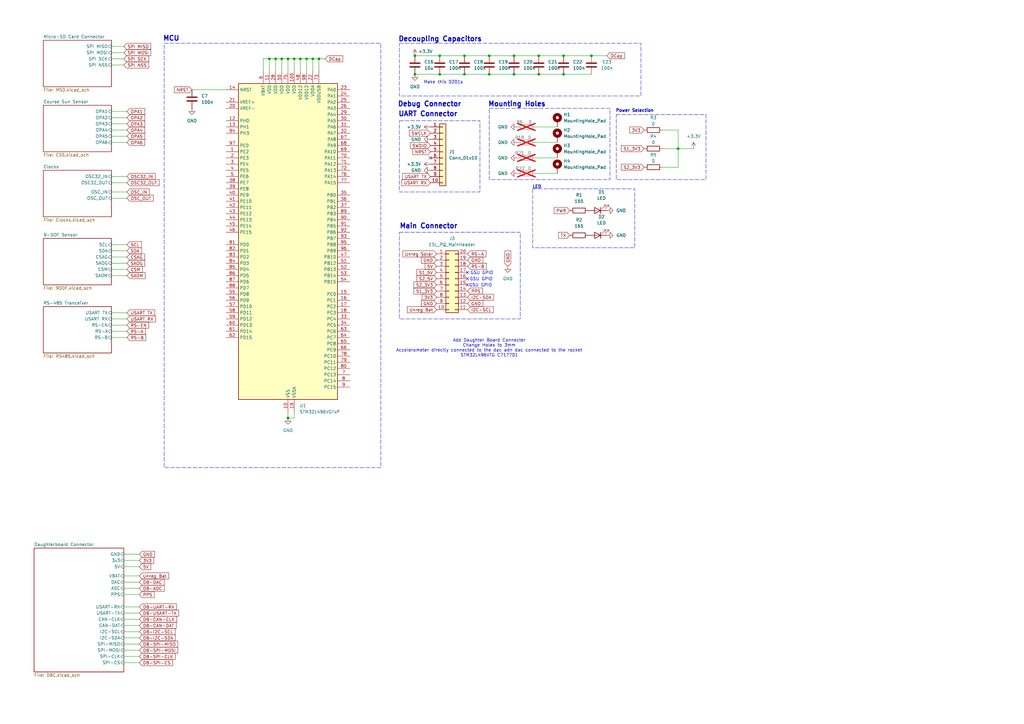
<source format=kicad_sch>
(kicad_sch (version 20231120) (generator "eeschema") (generator_version "8.0")
  (paper "A3")
  (title_block (title "ADCS OBC") (date "2024-04-18") (rev "V1") (comment 1 "22619291") (comment 2 "DP Theron"))
  (lib_symbols
    (symbol "+3.3V_1" (power) (pin_numbers hide) (pin_names (offset 0) hide)
      (property "Value" "+3.3V" (at 0 3.556 0))
      (symbol "+3.3V_1_0_1"
        (polyline (pts (xy -0.762 1.27) (xy 0 2.54)))
        (polyline (pts (xy 0 0) (xy 0 2.54)))
        (polyline (pts (xy 0 2.54) (xy 0.762 1.27)))
      )
      (symbol "+3.3V_1_1_1"
        (pin power_in line (at 0 0 90) (length 0) (name "~") (number "1"))
      )
    )
    (symbol "Connector_Generic:Conn_01x10" (pin_names (offset 1.016) hide)
      (property "Reference" "J" (at 0 12.7 0))
      (property "Value" "Conn_01x10" (at 0 -15.24 0))
      (symbol "Conn_01x10_1_1"
        (rectangle (start -1.27 -12.573) (end 0 -12.827) (stroke (width 0.1524)))
        (rectangle (start -1.27 -10.033) (end 0 -10.287) (stroke (width 0.1524)))
        (rectangle (start -1.27 -7.493) (end 0 -7.747) (stroke (width 0.1524)))
        (rectangle (start -1.27 -4.953) (end 0 -5.207) (stroke (width 0.1524)))
        (rectangle (start -1.27 -2.413) (end 0 -2.667) (stroke (width 0.1524)))
        (rectangle (start -1.27 0.127) (end 0 -0.127) (stroke (width 0.1524)))
        (rectangle (start -1.27 2.667) (end 0 2.413) (stroke (width 0.1524)))
        (rectangle (start -1.27 5.207) (end 0 4.953) (stroke (width 0.1524)))
        (rectangle (start -1.27 7.747) (end 0 7.493) (stroke (width 0.1524)))
        (rectangle (start -1.27 10.287) (end 0 10.033) (stroke (width 0.1524)))
        (rectangle (start -1.27 11.43) (end 1.27 -13.97) (stroke (width 0.254)) (fill (type background)))
        (pin passive line (at -5.08 10.16 0) (length 3.81) (name "Pin_1") (number "1"))
        (pin passive line (at -5.08 -12.7 0) (length 3.81) (name "Pin_10") (number "10"))
        (pin passive line (at -5.08 7.62 0) (length 3.81) (name "Pin_2") (number "2"))
        (pin passive line (at -5.08 5.08 0) (length 3.81) (name "Pin_3") (number "3"))
        (pin passive line (at -5.08 2.54 0) (length 3.81) (name "Pin_4") (number "4"))
        (pin passive line (at -5.08 0 0) (length 3.81) (name "Pin_5") (number "5"))
        (pin passive line (at -5.08 -2.54 0) (length 3.81) (name "Pin_6") (number "6"))
        (pin passive line (at -5.08 -5.08 0) (length 3.81) (name "Pin_7") (number "7"))
        (pin passive line (at -5.08 -7.62 0) (length 3.81) (name "Pin_8") (number "8"))
        (pin passive line (at -5.08 -10.16 0) (length 3.81) (name "Pin_9") (number "9"))
      )
    )
    (symbol "Device:C" (pin_numbers hide) (pin_names (offset 0.254))
      (property "Reference" "C" (at 0.635 2.54 0))
      (property "Value" "C" (at 0.635 -2.54 0))
      (symbol "C_0_1"
        (polyline (pts (xy -2.032 -0.762) (xy 2.032 -0.762)) (stroke (width 0.508)))
        (polyline (pts (xy -2.032 0.762) (xy 2.032 0.762)) (stroke (width 0.508)))
      )
      (symbol "C_1_1"
        (pin passive line (at 0 3.81 270) (length 2.794) (name "~") (number "1"))
        (pin passive line (at 0 -3.81 90) (length 2.794) (name "~") (number "2"))
      )
    )
    (symbol "Device:LED" (pin_numbers hide) (pin_names (offset 1.016) hide)
      (property "Reference" "D" (at 0 2.54 0))
      (property "Value" "LED" (at 0 -2.54 0))
      (symbol "LED_0_1"
        (polyline (pts (xy -1.27 -1.27) (xy -1.27 1.27)) (stroke (width 0.254)))
        (polyline (pts (xy -1.27 0) (xy 1.27 0)))
        (polyline (pts (xy 1.27 -1.27) (xy 1.27 1.27) (xy -1.27 0) (xy 1.27 -1.27)) (stroke (width 0.254)))
        (polyline (pts (xy -3.048 -0.762) (xy -4.572 -2.286) (xy -3.81 -2.286) (xy -4.572 -2.286) (xy -4.572 -1.524)))
        (polyline (pts (xy -1.778 -0.762) (xy -3.302 -2.286) (xy -2.54 -2.286) (xy -3.302 -2.286) (xy -3.302 -1.524)))
      )
      (symbol "LED_1_1"
        (pin passive line (at -3.81 0 0) (length 2.54) (name "K") (number "1"))
        (pin passive line (at 3.81 0 180) (length 2.54) (name "A") (number "2"))
      )
    )
    (symbol "Device:R" (pin_numbers hide) (pin_names (offset 0))
      (property "Reference" "R" (at 2.032 0 90))
      (property "Value" "R" (at 0 0 90))
      (symbol "R_0_1"
        (rectangle (start -1.016 -2.54) (end 1.016 2.54) (stroke (width 0.254)))
      )
      (symbol "R_1_1"
        (pin passive line (at 0 3.81 270) (length 1.27) (name "~") (number "1"))
        (pin passive line (at 0 -3.81 90) (length 1.27) (name "~") (number "2"))
      )
    )
    (symbol "ESL_PQ:Conn_02x10_Counter_Clockwise" (pin_names (offset 1.016) hide)
      (property "Reference" "J" (at 1.27 12.7 0))
      (property "Value" "Conn_02x10_Counter_Clockwise" (at 1.27 -15.24 0))
      (symbol "Conn_02x10_Counter_Clockwise_1_1"
        (rectangle (start -1.27 -12.573) (end 0 -12.827) (stroke (width 0.1524)))
        (rectangle (start -1.27 -10.033) (end 0 -10.287) (stroke (width 0.1524)))
        (rectangle (start -1.27 -7.493) (end 0 -7.747) (stroke (width 0.1524)))
        (rectangle (start -1.27 -4.953) (end 0 -5.207) (stroke (width 0.1524)))
        (rectangle (start -1.27 -2.413) (end 0 -2.667) (stroke (width 0.1524)))
        (rectangle (start -1.27 0.127) (end 0 -0.127) (stroke (width 0.1524)))
        (rectangle (start -1.27 2.667) (end 0 2.413) (stroke (width 0.1524)))
        (rectangle (start -1.27 5.207) (end 0 4.953) (stroke (width 0.1524)))
        (rectangle (start -1.27 7.747) (end 0 7.493) (stroke (width 0.1524)))
        (rectangle (start -1.27 10.287) (end 0 10.033) (stroke (width 0.1524)))
        (rectangle (start -1.27 11.43) (end 3.81 -13.97) (stroke (width 0.254)) (fill (type background)))
        (rectangle (start 3.81 -12.573) (end 2.54 -12.827) (stroke (width 0.1524)))
        (rectangle (start 3.81 -10.033) (end 2.54 -10.287) (stroke (width 0.1524)))
        (rectangle (start 3.81 -7.493) (end 2.54 -7.747) (stroke (width 0.1524)))
        (rectangle (start 3.81 -4.953) (end 2.54 -5.207) (stroke (width 0.1524)))
        (rectangle (start 3.81 -2.413) (end 2.54 -2.667) (stroke (width 0.1524)))
        (rectangle (start 3.81 0.127) (end 2.54 -0.127) (stroke (width 0.1524)))
        (rectangle (start 3.81 2.667) (end 2.54 2.413) (stroke (width 0.1524)))
        (rectangle (start 3.81 5.207) (end 2.54 4.953) (stroke (width 0.1524)))
        (rectangle (start 3.81 7.747) (end 2.54 7.493) (stroke (width 0.1524)))
        (rectangle (start 3.81 10.287) (end 2.54 10.033) (stroke (width 0.1524)))
        (pin passive line (at -5.08 10.16 0) (length 3.81) (name "Pin_1") (number "1"))
        (pin passive line (at -5.08 -12.7 0) (length 3.81) (name "Pin_10") (number "10"))
        (pin passive line (at 7.62 -12.7 180) (length 3.81) (name "Pin_11") (number "11"))
        (pin passive line (at 7.62 -10.16 180) (length 3.81) (name "Pin_12") (number "12"))
        (pin passive line (at 7.62 -7.62 180) (length 3.81) (name "Pin_13") (number "13"))
        (pin passive line (at 7.62 -5.08 180) (length 3.81) (name "Pin_14") (number "14"))
        (pin passive line (at 7.62 -2.54 180) (length 3.81) (name "Pin_15") (number "15"))
        (pin passive line (at 7.62 0 180) (length 3.81) (name "Pin_16") (number "16"))
        (pin passive line (at 7.62 2.54 180) (length 3.81) (name "Pin_17") (number "17"))
        (pin passive line (at 7.62 5.08 180) (length 3.81) (name "Pin_18") (number "18"))
        (pin passive line (at 7.62 7.62 180) (length 3.81) (name "Pin_19") (number "19"))
        (pin passive line (at -5.08 7.62 0) (length 3.81) (name "Pin_2") (number "2"))
        (pin passive line (at 7.62 10.16 180) (length 3.81) (name "Pin_20") (number "20"))
        (pin passive line (at -5.08 5.08 0) (length 3.81) (name "Pin_3") (number "3"))
        (pin passive line (at -5.08 2.54 0) (length 3.81) (name "Pin_4") (number "4"))
        (pin passive line (at -5.08 0 0) (length 3.81) (name "Pin_5") (number "5"))
        (pin passive line (at -5.08 -2.54 0) (length 3.81) (name "Pin_6") (number "6"))
        (pin passive line (at -5.08 -5.08 0) (length 3.81) (name "Pin_7") (number "7"))
        (pin passive line (at -5.08 -7.62 0) (length 3.81) (name "Pin_8") (number "8"))
        (pin passive line (at -5.08 -10.16 0) (length 3.81) (name "Pin_9") (number "9"))
      )
    )
    (symbol "GND_1" (power) (pin_numbers hide) (pin_names (offset 0) hide)
      (property "Value" "GND" (at 0 -3.81 0))
      (symbol "GND_1_0_1"
        (polyline (pts (xy 0 0) (xy 0 -1.27) (xy 1.27 -1.27) (xy 0 -2.54) (xy -1.27 -1.27) (xy 0 -1.27)))
      )
      (symbol "GND_1_1_1"
        (pin power_in line (at 0 0 270) (length 0) (name "~") (number "1"))
      )
    )
    (symbol "GND_2" (power) (pin_numbers hide) (pin_names (offset 0) hide)
      (property "Value" "GND" (at 0 -3.81 0))
      (symbol "GND_2_0_1"
        (polyline (pts (xy 0 0) (xy 0 -1.27) (xy 1.27 -1.27) (xy 0 -2.54) (xy -1.27 -1.27) (xy 0 -1.27)))
      )
      (symbol "GND_2_1_1"
        (pin power_in line (at 0 0 270) (length 0) (name "~") (number "1"))
      )
    )
    (symbol "MCU_ST_STM32L4:STM32L496VGTxP"
      (property "Reference" "U" (at -20.32 67.31 0))
      (property "Value" "STM32L496VGTxP" (at 15.24 67.31 0))
      (symbol "STM32L496VGTxP_0_1"
        (rectangle (start -20.32 -63.5) (end 20.32 66.04) (stroke (width 0.254)) (fill (type background)))
      )
      (symbol "STM32L496VGTxP_1_1"
        (pin bidirectional line (at -25.4 38.1 0) (length 5.08) (name "PE2") (number "1"))
        (pin power_in line (at 0 -68.58 90) (length 5.08) (name "VSS") (number "10"))
        (pin power_in line (at 2.54 71.12 270) (length 5.08) (name "VDD") (number "100"))
        (pin power_in line (at -7.62 71.12 270) (length 5.08) (name "VDD") (number "11"))
        (pin bidirectional line (at -25.4 50.8 0) (length 5.08) (name "PH0") (number "12"))
        (pin bidirectional line (at -25.4 48.26 0) (length 5.08) (name "PH1") (number "13"))
        (pin input line (at -25.4 63.5 0) (length 5.08) (name "NRST") (number "14"))
        (pin bidirectional line (at 25.4 -20.32 180) (length 5.08) (name "PC0") (number "15"))
        (pin bidirectional line (at 25.4 -22.86 180) (length 5.08) (name "PC1") (number "16"))
        (pin bidirectional line (at 25.4 -25.4 180) (length 5.08) (name "PC2") (number "17"))
        (pin bidirectional line (at 25.4 -27.94 180) (length 5.08) (name "PC3") (number "18"))
        (pin power_in line (at 2.54 -68.58 90) (length 5.08) (name "VSSA") (number "19"))
        (pin bidirectional line (at -25.4 35.56 0) (length 5.08) (name "PE3") (number "2"))
        (pin input line (at -25.4 55.88 0) (length 5.08) (name "VREF-") (number "20"))
        (pin input line (at -25.4 58.42 0) (length 5.08) (name "VREF+") (number "21"))
        (pin power_in line (at 10.16 71.12 270) (length 5.08) (name "VDDA") (number "22"))
        (pin bidirectional line (at 25.4 63.5 180) (length 5.08) (name "PA0") (number "23"))
        (pin bidirectional line (at 25.4 60.96 180) (length 5.08) (name "PA1") (number "24"))
        (pin bidirectional line (at 25.4 58.42 180) (length 5.08) (name "PA2") (number "25"))
        (pin bidirectional line (at 25.4 55.88 180) (length 5.08) (name "PA3") (number "26"))
        (pin passive line (at 0 -68.58 90) (length 5.08) hide (name "VSS") (number "27"))
        (pin power_in line (at -5.08 71.12 270) (length 5.08) (name "VDD") (number "28"))
        (pin bidirectional line (at 25.4 53.34 180) (length 5.08) (name "PA4") (number "29"))
        (pin bidirectional line (at -25.4 33.02 0) (length 5.08) (name "PE4") (number "3"))
        (pin bidirectional line (at 25.4 50.8 180) (length 5.08) (name "PA5") (number "30"))
        (pin bidirectional line (at 25.4 48.26 180) (length 5.08) (name "PA6") (number "31"))
        (pin bidirectional line (at 25.4 45.72 180) (length 5.08) (name "PA7") (number "32"))
        (pin bidirectional line (at 25.4 -30.48 180) (length 5.08) (name "PC4") (number "33"))
        (pin bidirectional line (at 25.4 -33.02 180) (length 5.08) (name "PC5") (number "34"))
        (pin bidirectional line (at 25.4 20.32 180) (length 5.08) (name "PB0") (number "35"))
        (pin bidirectional line (at 25.4 17.78 180) (length 5.08) (name "PB1") (number "36"))
        (pin bidirectional line (at 25.4 15.24 180) (length 5.08) (name "PB2") (number "37"))
        (pin bidirectional line (at -25.4 25.4 0) (length 5.08) (name "PE7") (number "38"))
        (pin bidirectional line (at -25.4 22.86 0) (length 5.08) (name "PE8") (number "39"))
        (pin bidirectional line (at -25.4 30.48 0) (length 5.08) (name "PE5") (number "4"))
        (pin bidirectional line (at -25.4 20.32 0) (length 5.08) (name "PE9") (number "40"))
        (pin bidirectional line (at -25.4 17.78 0) (length 5.08) (name "PE10") (number "41"))
        (pin bidirectional line (at -25.4 15.24 0) (length 5.08) (name "PE11") (number "42"))
        (pin bidirectional line (at -25.4 12.7 0) (length 5.08) (name "PE12") (number "43"))
        (pin bidirectional line (at -25.4 10.16 0) (length 5.08) (name "PE13") (number "44"))
        (pin bidirectional line (at -25.4 7.62 0) (length 5.08) (name "PE14") (number "45"))
        (pin bidirectional line (at -25.4 5.08 0) (length 5.08) (name "PE15") (number "46"))
        (pin bidirectional line (at 25.4 -5.08 180) (length 5.08) (name "PB10") (number "47"))
        (pin power_in line (at 5.08 71.12 270) (length 5.08) (name "VDD12") (number "48"))
        (pin passive line (at 0 -68.58 90) (length 5.08) hide (name "VSS") (number "49"))
        (pin bidirectional line (at -25.4 27.94 0) (length 5.08) (name "PE6") (number "5"))
        (pin power_in line (at -2.54 71.12 270) (length 5.08) (name "VDD") (number "50"))
        (pin bidirectional line (at 25.4 -7.62 180) (length 5.08) (name "PB12") (number "51"))
        (pin bidirectional line (at 25.4 -10.16 180) (length 5.08) (name "PB13") (number "52"))
        (pin bidirectional line (at 25.4 -12.7 180) (length 5.08) (name "PB14") (number "53"))
        (pin bidirectional line (at 25.4 -15.24 180) (length 5.08) (name "PB15") (number "54"))
        (pin bidirectional line (at -25.4 -20.32 0) (length 5.08) (name "PD8") (number "55"))
        (pin bidirectional line (at -25.4 -22.86 0) (length 5.08) (name "PD9") (number "56"))
        (pin bidirectional line (at -25.4 -25.4 0) (length 5.08) (name "PD10") (number "57"))
        (pin bidirectional line (at -25.4 -27.94 0) (length 5.08) (name "PD11") (number "58"))
        (pin bidirectional line (at -25.4 -30.48 0) (length 5.08) (name "PD12") (number "59"))
        (pin power_in line (at -10.16 71.12 270) (length 5.08) (name "VBAT") (number "6"))
        (pin bidirectional line (at -25.4 -33.02 0) (length 5.08) (name "PD13") (number "60"))
        (pin bidirectional line (at -25.4 -35.56 0) (length 5.08) (name "PD14") (number "61"))
        (pin bidirectional line (at -25.4 -38.1 0) (length 5.08) (name "PD15") (number "62"))
        (pin bidirectional line (at 25.4 -35.56 180) (length 5.08) (name "PC6") (number "63"))
        (pin bidirectional line (at 25.4 -38.1 180) (length 5.08) (name "PC7") (number "64"))
        (pin bidirectional line (at 25.4 -40.64 180) (length 5.08) (name "PC8") (number "65"))
        (pin bidirectional line (at 25.4 -43.18 180) (length 5.08) (name "PC9") (number "66"))
        (pin bidirectional line (at 25.4 43.18 180) (length 5.08) (name "PA8") (number "67"))
        (pin bidirectional line (at 25.4 40.64 180) (length 5.08) (name "PA9") (number "68"))
        (pin bidirectional line (at 25.4 38.1 180) (length 5.08) (name "PA10") (number "69"))
        (pin bidirectional line (at 25.4 -53.34 180) (length 5.08) (name "PC13") (number "7"))
        (pin bidirectional line (at 25.4 35.56 180) (length 5.08) (name "PA11") (number "70"))
        (pin bidirectional line (at 25.4 33.02 180) (length 5.08) (name "PA12") (number "71"))
        (pin bidirectional line (at 25.4 30.48 180) (length 5.08) (name "PA13") (number "72"))
        (pin power_in line (at 12.7 71.12 270) (length 5.08) (name "VDDUSB") (number "73"))
        (pin passive line (at 0 -68.58 90) (length 5.08) hide (name "VSS") (number "74"))
        (pin power_in line (at 0 71.12 270) (length 5.08) (name "VDD") (number "75"))
        (pin bidirectional line (at 25.4 27.94 180) (length 5.08) (name "PA14") (number "76"))
        (pin bidirectional line (at 25.4 25.4 180) (length 5.08) (name "PA15") (number "77"))
        (pin bidirectional line (at 25.4 -45.72 180) (length 5.08) (name "PC10") (number "78"))
        (pin bidirectional line (at 25.4 -48.26 180) (length 5.08) (name "PC11") (number "79"))
        (pin bidirectional line (at 25.4 -55.88 180) (length 5.08) (name "PC14") (number "8"))
        (pin bidirectional line (at 25.4 -50.8 180) (length 5.08) (name "PC12") (number "80"))
        (pin bidirectional line (at -25.4 0 0) (length 5.08) (name "PD0") (number "81"))
        (pin bidirectional line (at -25.4 -2.54 0) (length 5.08) (name "PD1") (number "82"))
        (pin bidirectional line (at -25.4 -5.08 0) (length 5.08) (name "PD2") (number "83"))
        (pin bidirectional line (at -25.4 -7.62 0) (length 5.08) (name "PD3") (number "84"))
        (pin bidirectional line (at -25.4 -10.16 0) (length 5.08) (name "PD4") (number "85"))
        (pin bidirectional line (at -25.4 -12.7 0) (length 5.08) (name "PD5") (number "86"))
        (pin bidirectional line (at -25.4 -15.24 0) (length 5.08) (name "PD6") (number "87"))
        (pin bidirectional line (at -25.4 -17.78 0) (length 5.08) (name "PD7") (number "88"))
        (pin bidirectional line (at 25.4 12.7 180) (length 5.08) (name "PB3") (number "89"))
        (pin bidirectional line (at 25.4 -58.42 180) (length 5.08) (name "PC15") (number "9"))
        (pin bidirectional line (at 25.4 10.16 180) (length 5.08) (name "PB4") (number "90"))
        (pin bidirectional line (at 25.4 7.62 180) (length 5.08) (name "PB5") (number "91"))
        (pin bidirectional line (at 25.4 5.08 180) (length 5.08) (name "PB6") (number "92"))
        (pin bidirectional line (at 25.4 2.54 180) (length 5.08) (name "PB7") (number "93"))
        (pin bidirectional line (at -25.4 45.72 0) (length 5.08) (name "PH3") (number "94"))
        (pin bidirectional line (at 25.4 0 180) (length 5.08) (name "PB8") (number "95"))
        (pin bidirectional line (at 25.4 -2.54 180) (length 5.08) (name "PB9") (number "96"))
        (pin bidirectional line (at -25.4 40.64 0) (length 5.08) (name "PE0") (number "97"))
        (pin power_in line (at 7.62 71.12 270) (length 5.08) (name "VDD12") (number "98"))
        (pin passive line (at 0 -68.58 90) (length 5.08) hide (name "VSS") (number "99"))
      )
    )
    (symbol "Mechanical:MountingHole_Pad" (pin_numbers hide) (pin_names (offset 1.016) hide) (exclude_from_sim yes) (in_bom no)
      (property "Reference" "H" (at 0 6.35 0))
      (property "Value" "MountingHole_Pad" (at 0 4.445 0))
      (symbol "MountingHole_Pad_0_1"
        (circle (center 0 1.27) (radius 1.27) (stroke (width 1.27)))
      )
      (symbol "MountingHole_Pad_1_1"
        (pin input line (at 0 -2.54 90) (length 2.54) (name "1") (number "1"))
      )
    )
    (symbol "power:+3.3V" (power) (pin_names (offset 0))
      (property "Value" "+3.3V" (at 0 3.556 0))
      (symbol "+3.3V_0_1"
        (polyline (pts (xy -0.762 1.27) (xy 0 2.54)))
        (polyline (pts (xy 0 0) (xy 0 2.54)))
        (polyline (pts (xy 0 2.54) (xy 0.762 1.27)))
      )
      (symbol "+3.3V_1_1"
        (pin power_in line (at 0 0 90) (length 0) hide (name "+3.3V") (number "1"))
      )
    )
    (symbol "power:GND" (power) (pin_names (offset 0))
      (property "Value" "GND" (at 0 -3.81 0))
      (symbol "GND_0_1"
        (polyline (pts (xy 0 0) (xy 0 -1.27) (xy 1.27 -1.27) (xy 0 -2.54) (xy -1.27 -1.27) (xy 0 -1.27)))
      )
      (symbol "GND_1_1"
        (pin power_in line (at 0 0 270) (length 0) hide (name "GND") (number "1"))
      )
    )
  )
  (junction (at 242.57 22.86))
  (junction (at 180.34 22.86))
  (junction (at 180.34 30.48))
  (junction (at 231.14 30.48))
  (junction (at 220.98 22.86))
  (junction (at 115.57 24.13))
  (junction (at 210.82 22.86))
  (junction (at 190.5 30.48))
  (junction (at 190.5 22.86))
  (junction (at 170.18 30.48))
  (junction (at 220.98 30.48))
  (junction (at 128.27 24.13))
  (junction (at 200.66 30.48))
  (junction (at 210.82 30.48))
  (junction (at 118.11 171.45))
  (junction (at 130.81 24.13))
  (junction (at 123.19 24.13))
  (junction (at 200.66 22.86))
  (junction (at 125.73 24.13))
  (junction (at 113.03 24.13))
  (junction (at 120.65 24.13))
  (junction (at 278.13 60.96))
  (junction (at 231.14 22.86))
  (junction (at 110.49 24.13))
  (junction (at 170.18 22.86))
  (junction (at 118.11 24.13))
  (no_connect (at 176.53 64.77))
  (no_connect (at 191.77 116.84))
  (no_connect (at 191.77 111.76))
  (no_connect (at 191.77 114.3))
  (wire (pts (xy 190.5 30.48) (xy 200.66 30.48)))
  (wire (pts (xy 110.49 24.13) (xy 110.49 29.21)))
  (wire (pts (xy 170.18 22.86) (xy 180.34 22.86)))
  (wire (pts (xy 50.8 248.92) (xy 57.15 248.92)))
  (wire (pts (xy 115.57 24.13) (xy 115.57 29.21)))
  (wire (pts (xy 45.72 113.03) (xy 52.07 113.03)))
  (wire (pts (xy 219.71 64.77) (xy 228.6 64.77)))
  (wire (pts (xy 120.65 24.13) (xy 123.19 24.13)))
  (wire (pts (xy 45.72 130.81) (xy 52.07 130.81)))
  (wire (pts (xy 45.72 48.26) (xy 52.07 48.26)))
  (wire (pts (xy 219.71 52.07) (xy 228.6 52.07)))
  (wire (pts (xy 123.19 24.13) (xy 125.73 24.13)))
  (wire (pts (xy 78.74 36.83) (xy 92.71 36.83)))
  (wire (pts (xy 278.13 53.34) (xy 278.13 60.96)))
  (wire (pts (xy 110.49 24.13) (xy 107.95 24.13)))
  (wire (pts (xy 45.72 74.93) (xy 52.07 74.93)))
  (wire (pts (xy 50.8 236.22) (xy 57.15 236.22)))
  (wire (pts (xy 220.98 30.48) (xy 231.14 30.48)))
  (wire (pts (xy 45.72 55.88) (xy 52.07 55.88)))
  (wire (pts (xy 50.8 264.16) (xy 57.15 264.16)))
  (wire (pts (xy 118.11 168.91) (xy 118.11 171.45)))
  (wire (pts (xy 128.27 29.21) (xy 128.27 24.13)))
  (wire (pts (xy 120.65 24.13) (xy 118.11 24.13)))
  (wire (pts (xy 120.65 24.13) (xy 120.65 29.21)))
  (wire (pts (xy 45.72 128.27) (xy 52.07 128.27)))
  (wire (pts (xy 210.82 30.48) (xy 220.98 30.48)))
  (wire (pts (xy 50.8 254) (xy 57.15 254)))
  (wire (pts (xy 45.72 24.13) (xy 50.8 24.13)))
  (wire (pts (xy 200.66 30.48) (xy 210.82 30.48)))
  (wire (pts (xy 50.8 243.84) (xy 57.15 243.84)))
  (wire (pts (xy 45.72 133.35) (xy 52.07 133.35)))
  (wire (pts (xy 130.81 24.13) (xy 130.81 29.21)))
  (wire (pts (xy 45.72 107.95) (xy 52.07 107.95)))
  (wire (pts (xy 200.66 22.86) (xy 210.82 22.86)))
  (wire (pts (xy 45.72 78.74) (xy 52.07 78.74)))
  (wire (pts (xy 50.8 259.08) (xy 57.15 259.08)))
  (wire (pts (xy 118.11 171.45) (xy 120.65 171.45)))
  (wire (pts (xy 219.71 71.12) (xy 228.6 71.12)))
  (wire (pts (xy 45.72 102.87) (xy 52.07 102.87)))
  (wire (pts (xy 45.72 53.34) (xy 52.07 53.34)))
  (wire (pts (xy 50.8 229.87) (xy 57.15 229.87)))
  (wire (pts (xy 107.95 24.13) (xy 107.95 29.21)))
  (wire (pts (xy 45.72 110.49) (xy 52.07 110.49)))
  (wire (pts (xy 45.72 50.8) (xy 52.07 50.8)))
  (wire (pts (xy 125.73 24.13) (xy 128.27 24.13)))
  (wire (pts (xy 45.72 72.39) (xy 52.07 72.39)))
  (wire (pts (xy 278.13 68.58) (xy 271.78 68.58)))
  (wire (pts (xy 45.72 58.42) (xy 52.07 58.42)))
  (wire (pts (xy 231.14 22.86) (xy 242.57 22.86)))
  (wire (pts (xy 45.72 100.33) (xy 52.07 100.33)))
  (wire (pts (xy 50.8 269.24) (xy 57.15 269.24)))
  (wire (pts (xy 45.72 135.89) (xy 52.07 135.89)))
  (wire (pts (xy 110.49 24.13) (xy 113.03 24.13)))
  (wire (pts (xy 130.81 24.13) (xy 133.35 24.13)))
  (wire (pts (xy 231.14 30.48) (xy 242.57 30.48)))
  (wire (pts (xy 271.78 60.96) (xy 278.13 60.96)))
  (wire (pts (xy 120.65 171.45) (xy 120.65 168.91)))
  (wire (pts (xy 50.8 266.7) (xy 57.15 266.7)))
  (wire (pts (xy 50.8 256.54) (xy 57.15 256.54)))
  (wire (pts (xy 50.8 271.78) (xy 57.15 271.78)))
  (wire (pts (xy 210.82 22.86) (xy 220.98 22.86)))
  (wire (pts (xy 284.48 60.96) (xy 278.13 60.96)))
  (wire (pts (xy 45.72 105.41) (xy 52.07 105.41)))
  (wire (pts (xy 45.72 45.72) (xy 52.07 45.72)))
  (wire (pts (xy 45.72 138.43) (xy 52.07 138.43)))
  (wire (pts (xy 180.34 30.48) (xy 190.5 30.48)))
  (wire (pts (xy 190.5 22.86) (xy 200.66 22.86)))
  (wire (pts (xy 50.8 232.41) (xy 57.15 232.41)))
  (wire (pts (xy 128.27 24.13) (xy 130.81 24.13)))
  (wire (pts (xy 219.71 58.42) (xy 228.6 58.42)))
  (wire (pts (xy 50.8 251.46) (xy 57.15 251.46)))
  (wire (pts (xy 271.78 53.34) (xy 278.13 53.34)))
  (wire (pts (xy 50.8 238.76) (xy 57.15 238.76)))
  (wire (pts (xy 125.73 24.13) (xy 125.73 29.21)))
  (wire (pts (xy 50.8 227.33) (xy 57.15 227.33)))
  (wire (pts (xy 45.72 26.67) (xy 50.8 26.67)))
  (wire (pts (xy 220.98 22.86) (xy 231.14 22.86)))
  (wire (pts (xy 45.72 81.28) (xy 52.07 81.28)))
  (wire (pts (xy 118.11 24.13) (xy 118.11 29.21)))
  (wire (pts (xy 123.19 29.21) (xy 123.19 24.13)))
  (wire (pts (xy 45.72 21.59) (xy 50.8 21.59)))
  (wire (pts (xy 50.8 241.3) (xy 57.15 241.3)))
  (wire (pts (xy 113.03 24.13) (xy 115.57 24.13)))
  (wire (pts (xy 180.34 22.86) (xy 190.5 22.86)))
  (wire (pts (xy 113.03 24.13) (xy 113.03 29.21)))
  (wire (pts (xy 242.57 22.86) (xy 248.92 22.86)))
  (wire (pts (xy 50.8 261.62) (xy 57.15 261.62)))
  (wire (pts (xy 118.11 24.13) (xy 115.57 24.13)))
  (wire (pts (xy 170.18 30.48) (xy 180.34 30.48)))
  (wire (pts (xy 45.72 19.05) (xy 50.8 19.05)))
  (wire (pts (xy 278.13 60.96) (xy 278.13 68.58)))
  (rectangle (start 200.66 44.45) (end 250.19 73.66) (stroke (width 0) (type dash)))
  (rectangle (start 163.83 95.25) (end 213.36 130.81) (stroke (width 0) (type dash)))
  (rectangle (start 163.83 49.53) (end 196.85 78.74) (stroke (width 0) (type dash)))
  (rectangle (start 67.31 17.78) (end 156.21 191.77) (stroke (width 0) (type dash)))
  (rectangle (start 163.83 17.78) (end 262.89 39.37) (stroke (width 0) (type dash)))
  (rectangle (start 218.44 77.47) (end 260.35 101.6) (stroke (width 0) (type dash)))
  (rectangle (start 252.73 46.99) (end 289.56 73.66) (stroke (width 0) (type dash)))
  (text "GSU GPIO" (at 197.104 117.094 0) (effects (font (size 1.27 1.27))))
  (text "Power Selection" (at 260.35 45.466 0) (effects (font (size 1.27 1.27) (thickness 0.254) (bold yes))))
  (text "UART Connector" (at 163.322 48.006 0) (effects (font (size 2 2) (thickness 0.4) (bold yes)) (justify left bottom)))
  (text "LED" (at 220.218 76.708 0) (effects (font (size 1.27 1.27) (thickness 0.254) (bold yes))))
  (text "Decoupling Capacitors" (at 163.322 17.272 0) (effects (font (size 2 2) (bold yes)) (justify left bottom)))
  (text "Mounting Holes" (at 200.152 43.942 0) (effects (font (size 2 2) (thickness 0.4) (bold yes)) (justify left bottom)))
  (text "GSU GPIO" (at 197.612 112.014 0) (effects (font (size 1.27 1.27))))
  (text "Debug Connector" (at 163.068 43.942 0) (effects (font (size 2 2) (thickness 0.4) (bold yes)) (justify left bottom)))
  (text "Add Daughter Board Connecter\nChange Holes to 3mm\nAccelerometer directly connected to the dac adn dac connected to the rocket\nSTM32L496VTG C717701" (at 200.66 142.748 0) (effects (font (size 1.27 1.27))))
  (text "Main Connector" (at 163.83 93.98 0) (effects (font (size 2 2) (thickness 0.4) (bold yes)) (justify left bottom)))
  (text "GSU GPIO" (at 197.358 114.554 0) (effects (font (size 1.27 1.27))))
  (text "MCU" (at 66.802 17.018 0) (effects (font (size 2 2) (bold yes)) (justify left bottom)))
  (text "Make this 0201s" (at 181.864 33.782 0) (effects (font (size 1.27 1.27))))
  (global_label "USART RX" (shape input) (at 52.07 130.81 0) (property "Intersheetrefs" "${INTERSHEET_REFS}" (effects (hide yes))))
  (global_label "OSC32_OUT" (shape input) (at 52.07 74.93 0) (property "Intersheetrefs" "${INTERSHEET_REFS}" (effects (hide yes))))
  (global_label "SWDIO" (shape input) (at 176.53 59.69 180) (property "Intersheetrefs" "${INTERSHEET_REFS}" (effects (hide yes))))
  (global_label "RS-B" (shape input) (at 52.07 138.43 0) (property "Intersheetrefs" "${INTERSHEET_REFS}" (effects (hide yes))))
  (global_label "RS-A" (shape input) (at 52.07 135.89 0) (property "Intersheetrefs" "${INTERSHEET_REFS}" (effects (hide yes))))
  (global_label "DB-CAN-CLK" (shape input) (at 57.15 254 0) (property "Intersheetrefs" "${INTERSHEET_REFS}" (effects (hide yes))))
  (global_label "SPI MOSI" (shape input) (at 50.8 21.59 0) (property "Intersheetrefs" "${INTERSHEET_REFS}" (effects (hide yes))))
  (global_label "S1_5V" (shape input) (at 179.07 111.76 180) (property "Intersheetrefs" "${INTERSHEET_REFS}" (effects (hide yes))))
  (global_label "GND" (shape input) (at 191.77 124.46 0) (property "Intersheetrefs" "${INTERSHEET_REFS}" (effects (hide yes))))
  (global_label "3V3" (shape input) (at 264.16 53.34 180) (property "Intersheetrefs" "${INTERSHEET_REFS}" (effects (hide yes))))
  (global_label "DB-UART-RX" (shape input) (at 57.15 248.92 0) (property "Intersheetrefs" "${INTERSHEET_REFS}" (effects (hide yes))))
  (global_label "OPA4" (shape input) (at 52.07 53.34 0) (property "Intersheetrefs" "${INTERSHEET_REFS}" (effects (hide yes))))
  (global_label "USART TX" (shape input) (at 176.53 72.39 180) (property "Intersheetrefs" "${INTERSHEET_REFS}" (effects (hide yes))))
  (global_label "SPI NSS" (shape input) (at 50.8 26.67 0) (property "Intersheetrefs" "${INTERSHEET_REFS}" (effects (hide yes))))
  (global_label "CSM" (shape input) (at 52.07 110.49 0) (property "Intersheetrefs" "${INTERSHEET_REFS}" (effects (hide yes))))
  (global_label "S2_3V3" (shape input) (at 179.07 116.84 180) (property "Intersheetrefs" "${INTERSHEET_REFS}" (effects (hide yes))))
  (global_label "SPI MISO" (shape input) (at 50.8 19.05 0) (property "Intersheetrefs" "${INTERSHEET_REFS}" (effects (hide yes))))
  (global_label "GND" (shape input) (at 57.15 227.33 0) (property "Intersheetrefs" "${INTERSHEET_REFS}" (effects (hide yes))))
  (global_label "I2C-SCL" (shape input) (at 191.77 127 0) (property "Intersheetrefs" "${INTERSHEET_REFS}" (effects (hide yes))))
  (global_label "SDA" (shape input) (at 52.07 102.87 0) (property "Intersheetrefs" "${INTERSHEET_REFS}" (effects (hide yes))))
  (global_label "SAOG" (shape input) (at 52.07 107.95 0) (property "Intersheetrefs" "${INTERSHEET_REFS}" (effects (hide yes))))
  (global_label "RS-B" (shape input) (at 191.77 109.22 0) (property "Intersheetrefs" "${INTERSHEET_REFS}" (effects (hide yes))))
  (global_label "RS-A" (shape input) (at 191.77 104.14 0) (property "Intersheetrefs" "${INTERSHEET_REFS}" (effects (hide yes))))
  (global_label "NRST" (shape input) (at 176.53 62.23 180) (property "Intersheetrefs" "${INTERSHEET_REFS}" (effects (hide yes))))
  (global_label "SAOM" (shape input) (at 52.07 113.03 0) (property "Intersheetrefs" "${INTERSHEET_REFS}" (effects (hide yes))))
  (global_label "Unreg Bat" (shape input) (at 57.15 236.22 0) (property "Intersheetrefs" "${INTERSHEET_REFS}" (effects (hide yes))))
  (global_label "OPA3" (shape input) (at 52.07 50.8 0) (property "Intersheetrefs" "${INTERSHEET_REFS}" (effects (hide yes))))
  (global_label "OPA2" (shape input) (at 52.07 48.26 0) (property "Intersheetrefs" "${INTERSHEET_REFS}" (effects (hide yes))))
  (global_label "GND" (shape input) (at 191.77 106.68 0) (property "Intersheetrefs" "${INTERSHEET_REFS}" (effects (hide yes))))
  (global_label "RS-EN" (shape input) (at 52.07 133.35 0) (property "Intersheetrefs" "${INTERSHEET_REFS}" (effects (hide yes))))
  (global_label "3V3" (shape input) (at 179.07 121.92 180) (property "Intersheetrefs" "${INTERSHEET_REFS}" (effects (hide yes))))
  (global_label "PPS" (shape input) (at 191.77 119.38 0) (property "Intersheetrefs" "${INTERSHEET_REFS}" (effects (hide yes))))
  (global_label "I2C-SDA" (shape input) (at 191.77 121.92 0) (property "Intersheetrefs" "${INTERSHEET_REFS}" (effects (hide yes))))
  (global_label "OSC_IN" (shape input) (at 52.07 78.74 0) (property "Intersheetrefs" "${INTERSHEET_REFS}" (effects (hide yes))))
  (global_label "PWR" (shape input) (at 233.68 86.36 180) (property "Intersheetrefs" "${INTERSHEET_REFS}" (effects (hide yes))))
  (global_label "NRST" (shape input) (at 78.74 36.83 180) (property "Intersheetrefs" "${INTERSHEET_REFS}" (effects (hide yes))))
  (global_label "OPA5" (shape input) (at 52.07 55.88 0) (property "Intersheetrefs" "${INTERSHEET_REFS}" (effects (hide yes))))
  (global_label "DB-DAC" (shape input) (at 57.15 238.76 0) (property "Intersheetrefs" "${INTERSHEET_REFS}" (effects (hide yes))))
  (global_label "OPA6" (shape input) (at 52.07 58.42 0) (property "Intersheetrefs" "${INTERSHEET_REFS}" (effects (hide yes))))
  (global_label "SWCLK" (shape input) (at 176.53 54.61 180) (property "Intersheetrefs" "${INTERSHEET_REFS}" (effects (hide yes))))
  (global_label "OSC32_IN" (shape input) (at 52.07 72.39 0) (property "Intersheetrefs" "${INTERSHEET_REFS}" (effects (hide yes))))
  (global_label "3V3" (shape input) (at 57.15 229.87 0) (property "Intersheetrefs" "${INTERSHEET_REFS}" (effects (hide yes))))
  (global_label "TX" (shape input) (at 233.68 96.52 180) (property "Intersheetrefs" "${INTERSHEET_REFS}" (effects (hide yes))))
  (global_label "DB-CAN-DAT" (shape input) (at 57.15 256.54 0) (property "Intersheetrefs" "${INTERSHEET_REFS}" (effects (hide yes))))
  (global_label "GND" (shape input) (at 179.07 106.68 180) (property "Intersheetrefs" "${INTERSHEET_REFS}" (effects (hide yes))))
  (global_label "DCap" (shape input) (at 248.92 22.86 0) (property "Intersheetrefs" "${INTERSHEET_REFS}" (effects (hide yes))))
  (global_label "GND" (shape input) (at 179.07 124.46 180) (property "Intersheetrefs" "${INTERSHEET_REFS}" (effects (hide yes))))
  (global_label "CSAG" (shape input) (at 52.07 105.41 0) (property "Intersheetrefs" "${INTERSHEET_REFS}" (effects (hide yes))))
  (global_label "DB-ADC" (shape input) (at 57.15 241.3 0) (property "Intersheetrefs" "${INTERSHEET_REFS}" (effects (hide yes))))
  (global_label "DB-USART-TX" (shape input) (at 57.15 251.46 0) (property "Intersheetrefs" "${INTERSHEET_REFS}" (effects (hide yes))))
  (global_label "SCL" (shape input) (at 52.07 100.33 0) (property "Intersheetrefs" "${INTERSHEET_REFS}" (effects (hide yes))))
  (global_label "Unreg Solar" (shape input) (at 179.07 104.14 180) (property "Intersheetrefs" "${INTERSHEET_REFS}" (effects (hide yes))))
  (global_label "DB-SPI-MISO" (shape input) (at 57.15 264.16 0) (property "Intersheetrefs" "${INTERSHEET_REFS}" (effects (hide yes))))
  (global_label "Unreg Bat" (shape input) (at 179.07 127 180) (property "Intersheetrefs" "${INTERSHEET_REFS}" (effects (hide yes))))
  (global_label "DB-I2C-SCL" (shape input) (at 57.15 259.08 0) (property "Intersheetrefs" "${INTERSHEET_REFS}" (effects (hide yes))))
  (global_label "DB-I2C-SDA" (shape input) (at 57.15 261.62 0) (property "Intersheetrefs" "${INTERSHEET_REFS}" (effects (hide yes))))
  (global_label "5V" (shape input) (at 179.07 109.22 180) (property "Intersheetrefs" "${INTERSHEET_REFS}" (effects (hide yes))))
  (global_label "DB-SPI-MOSI" (shape input) (at 57.15 266.7 0) (property "Intersheetrefs" "${INTERSHEET_REFS}" (effects (hide yes))))
  (global_label "SPI SCK" (shape input) (at 50.8 24.13 0) (property "Intersheetrefs" "${INTERSHEET_REFS}" (effects (hide yes))))
  (global_label "USART RX" (shape input) (at 176.53 74.93 180) (property "Intersheetrefs" "${INTERSHEET_REFS}" (effects (hide yes))))
  (global_label "DB-SPI-CLK" (shape input) (at 57.15 269.24 0) (property "Intersheetrefs" "${INTERSHEET_REFS}" (effects (hide yes))))
  (global_label "USART TX" (shape input) (at 52.07 128.27 0) (property "Intersheetrefs" "${INTERSHEET_REFS}" (effects (hide yes))))
  (global_label "OPA1" (shape input) (at 52.07 45.72 0) (property "Intersheetrefs" "${INTERSHEET_REFS}" (effects (hide yes))))
  (global_label "S2_5V" (shape input) (at 179.07 114.3 180) (property "Intersheetrefs" "${INTERSHEET_REFS}" (effects (hide yes))))
  (global_label "5V" (shape input) (at 57.15 232.41 0) (property "Intersheetrefs" "${INTERSHEET_REFS}" (effects (hide yes))))
  (global_label "S1_3V3" (shape input) (at 179.07 119.38 180) (property "Intersheetrefs" "${INTERSHEET_REFS}" (effects (hide yes))))
  (global_label "DB-SPI-CS" (shape input) (at 57.15 271.78 0) (property "Intersheetrefs" "${INTERSHEET_REFS}" (effects (hide yes))))
  (global_label "OSC_OUT" (shape input) (at 52.07 81.28 0) (property "Intersheetrefs" "${INTERSHEET_REFS}" (effects (hide yes))))
  (global_label "S2_3V3" (shape input) (at 264.16 68.58 180) (property "Intersheetrefs" "${INTERSHEET_REFS}" (effects (hide yes))))
  (global_label "DCap" (shape input) (at 133.35 24.13 0) (property "Intersheetrefs" "${INTERSHEET_REFS}" (effects (hide yes))))
  (global_label "S1_3V3" (shape input) (at 264.16 60.96 180) (property "Intersheetrefs" "${INTERSHEET_REFS}" (effects (hide yes))))
  (global_label "GND" (shape input) (at 208.28 109.22 90) (property "Intersheetrefs" "${INTERSHEET_REFS}" (effects (hide yes))))
  (global_label "PPS" (shape input) (at 57.15 243.84 0) (property "Intersheetrefs" "${INTERSHEET_REFS}" (effects (hide yes))))
  (symbol (lib_id "Device:LED") (at 245.11 86.36 180) (unit 1)
    (property "Reference" "D1" (at 246.6975 78.74 0))
    (property "Value" "LED" (at 246.6975 81.28 0))
    (property "Footprint" "LED_SMD:LED_0603_1608Metric" (effects (hide yes)))
    (property "Description" "Light emitting diode" (effects (hide yes)))
    (property "JLCPCB #" "C138543" (effects (hide yes)))
  )
  (symbol (lib_id "Device:R") (at 215.9 64.77 90) (unit 1) (dnp yes)
    (property "Reference" "R21" (at 213.106 62.738 90))
    (property "Value" "0" (at 217.17 62.738 90))
    (property "Footprint" "Resistor_SMD:R_0603_1608Metric" (effects (hide yes)))
    (property "Description" "Resistor" (effects (hide yes)))
  )
  (symbol (lib_id "Connector_Generic:Conn_01x10") (at 181.61 62.23 0) (unit 1)
    (property "Reference" "J1" (at 184.15 62.2299 0) (effects (justify left)))
    (property "Value" "Conn_01x10" (at 184.15 64.7699 0) (effects (justify left)))
    (property "Footprint" "Connector_JST:JST_GH_SM10B-GHS-TB_1x10-1MP_P1.25mm_Horizontal" (effects (hide yes)))
    (property "Description" "Generic connector, single row, 01x10, script generated (kicad-library-utils/schlib/autogen/connector/)" (effects (hide yes)))
  )
  (symbol (lib_id "power:GND") (at 176.53 69.85 270) (unit 1)
    (property "Reference" "#PWR030" (effects (hide yes)))
    (property "Value" "GND" (at 172.72 69.85 90) (effects (justify right)))
  )
  (symbol (lib_id "Mechanical:MountingHole_Pad") (at 228.6 55.88 0) (unit 1) (exclude_from_sim yes) (in_bom no)
    (property "Reference" "H2" (at 231.14 53.3399 0) (effects (justify left)))
    (property "Value" "MountingHole_Pad" (at 231.14 55.8799 0) (effects (justify left)))
    (property "Footprint" "MountingHole:MountingHole_3mm_Pad" (effects (hide yes)))
    (property "Description" "Mounting Hole with connection" (effects (hide yes)))
  )
  (symbol (lib_id "Mechanical:MountingHole_Pad") (at 228.6 68.58 0) (unit 1) (exclude_from_sim yes) (in_bom no)
    (property "Reference" "H4" (at 231.14 66.0399 0) (effects (justify left)))
    (property "Value" "MountingHole_Pad" (at 231.14 68.5799 0) (effects (justify left)))
    (property "Footprint" "MountingHole:MountingHole_3mm_Pad" (effects (hide yes)))
    (property "Description" "Mounting Hole with connection" (effects (hide yes)))
  )
  (symbol (lib_name "+3.3V_1") (lib_id "power:+3.3V") (at 170.18 22.86 0) (unit 1)
    (property "Reference" "#PWR010" (effects (hide yes)))
    (property "Value" "+3.3V" (at 174.498 21.082 0))
    (property "Description" "Power symbol creates a global label with name \"+3.3V\"" (effects (hide yes)))
  )
  (symbol (lib_id "power:+3.3V") (at 176.53 67.31 90) (unit 1)
    (property "Reference" "#PWR027" (effects (hide yes)))
    (property "Value" "+3.3V" (at 172.72 67.31 90) (effects (justify left)))
  )
  (symbol (lib_id "Mechanical:MountingHole_Pad") (at 228.6 49.53 0) (unit 1) (exclude_from_sim yes) (in_bom no)
    (property "Reference" "H1" (at 231.14 46.9899 0) (effects (justify left)))
    (property "Value" "MountingHole_Pad" (at 231.14 49.5299 0) (effects (justify left)))
    (property "Footprint" "MountingHole:MountingHole_3mm_Pad" (effects (hide yes)))
    (property "Description" "Mounting Hole with connection" (effects (hide yes)))
  )
  (symbol (lib_id "Device:C") (at 220.98 26.67 0) (unit 1)
    (property "Reference" "C21" (at 224.79 25.4 0) (effects (justify left)))
    (property "Value" "100n" (at 224.79 27.94 0) (effects (justify left)))
    (property "Footprint" "Capacitor_SMD:C_0603_1608Metric" (effects (hide yes)))
    (property "JLCPCB #" "C85953" (effects (hide yes)))
  )
  (symbol (lib_id "Device:R") (at 237.49 96.52 270) (unit 1)
    (property "Reference" "R2" (at 237.49 90.17 90))
    (property "Value" "165" (at 237.49 92.71 90))
    (property "Footprint" "Resistor_SMD:R_0603_1608Metric" (effects (hide yes)))
    (property "Description" "Resistor" (effects (hide yes)))
    (property "JLCPCB #" "C226689" (effects (hide yes)))
  )
  (symbol (lib_id "power:GND") (at 176.53 57.15 270) (unit 1)
    (property "Reference" "#PWR036" (effects (hide yes)))
    (property "Value" "GND" (at 172.72 57.15 90) (effects (justify right)))
  )
  (symbol (lib_id "power:GND") (at 212.09 58.42 270) (unit 1)
    (property "Reference" "#PWR013" (effects (hide yes)))
    (property "Value" "GND" (at 208.28 58.4199 90) (effects (justify right)))
    (property "Description" "Power symbol creates a global label with name \"GND\" , ground" (effects (hide yes)))
  )
  (symbol (lib_id "Device:R") (at 237.49 86.36 270) (unit 1)
    (property "Reference" "R1" (at 237.49 80.01 90))
    (property "Value" "165" (at 237.49 82.55 90))
    (property "Footprint" "Resistor_SMD:R_0603_1608Metric" (effects (hide yes)))
    (property "Description" "Resistor" (effects (hide yes)))
    (property "JLCPCB #" "C226689" (effects (hide yes)))
  )
  (symbol (lib_id "MCU_ST_STM32L4:STM32L496VGTxP") (at 118.11 100.33 0) (unit 1)
    (property "Reference" "U1" (at 122.8441 166.37 0) (effects (justify left)))
    (property "Value" "STM32L496VGTxP" (at 122.8441 168.91 0) (effects (justify left)))
    (property "Footprint" "Package_QFP:LQFP-100_14x14mm_P0.5mm" (effects (hide yes)))
    (property "Datasheet" "https://www.st.com/resource/en/datasheet/stm32l496vg.pdf" (effects (hide yes)))
    (property "Description" "STMicroelectronics Arm Cortex-M4 MCU, 1024KB flash, 320KB RAM, 80 MHz, 1.71-3.6V, 81 GPIO, LQFP100" (effects (hide yes)))
  )
  (symbol (lib_id "Device:C") (at 200.66 26.67 0) (unit 1)
    (property "Reference" "C19" (at 204.47 25.4 0) (effects (justify left)))
    (property "Value" "100n" (at 204.47 27.94 0) (effects (justify left)))
    (property "Footprint" "Capacitor_SMD:C_0603_1608Metric" (effects (hide yes)))
    (property "JLCPCB #" "C85953" (effects (hide yes)))
  )
  (symbol (lib_id "power:GND") (at 248.92 86.36 90) (unit 1)
    (property "Reference" "#PWR05" (effects (hide yes)))
    (property "Value" "GND" (at 252.73 86.3599 90) (effects (justify right)))
    (property "Description" "Power symbol creates a global label with name \"GND\" , ground" (effects (hide yes)))
  )
  (symbol (lib_id "ESL_PQ:Conn_02x10_Counter_Clockwise") (at 184.15 114.3 0) (unit 1)
    (property "Reference" "J3" (at 185.42 97.79 0))
    (property "Value" "ESL_PQ_MainHeader" (at 185.42 100.33 0))
    (property "Footprint" "ESL_PQ:ESL_PQ_Main_Header" (effects (hide yes)))
    (property "Description" "Generic connector, double row, 02x10, counter clockwise pin numbering scheme (similar to DIP package numbering), script generated (kicad-library-utils/schlib/autogen/connector/)" (effects (hide yes)))
  )
  (symbol (lib_id "power:+3.3V") (at 176.53 52.07 90) (unit 1)
    (property "Reference" "#PWR035" (effects (hide yes)))
    (property "Value" "+3.3V" (at 172.72 52.07 90) (effects (justify left)))
  )
  (symbol (lib_id "power:GND") (at 212.09 52.07 270) (unit 1)
    (property "Reference" "#PWR012" (effects (hide yes)))
    (property "Value" "GND" (at 208.28 52.0699 90) (effects (justify right)))
    (property "Description" "Power symbol creates a global label with name \"GND\" , ground" (effects (hide yes)))
  )
  (symbol (lib_id "Device:R") (at 215.9 71.12 90) (unit 1) (dnp yes)
    (property "Reference" "R22" (at 213.36 69.088 90))
    (property "Value" "0" (at 217.17 69.088 90))
    (property "Footprint" "Resistor_SMD:R_0603_1608Metric" (effects (hide yes)))
    (property "Description" "Resistor" (effects (hide yes)))
  )
  (symbol (lib_id "Device:C") (at 170.18 26.67 0) (unit 1)
    (property "Reference" "C16" (at 173.99 25.4 0) (effects (justify left)))
    (property "Value" "10u" (at 173.99 27.94 0) (effects (justify left)))
    (property "Footprint" "Capacitor_SMD:C_0603_1608Metric" (effects (hide yes)))
    (property "JLCPCB #" "C668351" (effects (hide yes)))
  )
  (symbol (lib_id "Device:LED") (at 245.11 96.52 180) (unit 1)
    (property "Reference" "D2" (at 246.6975 88.9 0))
    (property "Value" "LED" (at 246.6975 91.44 0))
    (property "Footprint" "LED_SMD:LED_0603_1608Metric" (effects (hide yes)))
    (property "Description" "Light emitting diode" (effects (hide yes)))
    (property "JLCPCB #" "C138543" (effects (hide yes)))
  )
  (symbol (lib_id "power:GND") (at 248.92 96.52 90) (unit 1)
    (property "Reference" "#PWR06" (effects (hide yes)))
    (property "Value" "GND" (at 252.73 96.5199 90) (effects (justify right)))
    (property "Description" "Power symbol creates a global label with name \"GND\" , ground" (effects (hide yes)))
  )
  (symbol (lib_id "Device:R") (at 267.97 60.96 270) (unit 1)
    (property "Reference" "R4" (at 267.97 55.88 90))
    (property "Value" "0" (at 267.97 58.42 90))
    (property "Footprint" "Skripsie:R_0201_0603Metric" (effects (hide yes)))
  )
  (symbol (lib_id "Device:C") (at 242.57 26.67 0) (unit 1)
    (property "Reference" "C23" (at 248.92 25.4 0))
    (property "Value" "100n" (at 248.92 27.94 0))
    (property "Footprint" "Capacitor_SMD:C_0603_1608Metric" (effects (hide yes)))
    (property "JLCPCB #" "C85953" (effects (hide yes)))
  )
  (symbol (lib_id "Device:R") (at 215.9 58.42 90) (unit 1) (dnp yes)
    (property "Reference" "R18" (at 213.106 56.388 90))
    (property "Value" "0" (at 217.17 56.388 90))
    (property "Footprint" "Resistor_SMD:R_0603_1608Metric" (effects (hide yes)))
    (property "Description" "Resistor" (effects (hide yes)))
  )
  (symbol (lib_id "Mechanical:MountingHole_Pad") (at 228.6 62.23 0) (unit 1) (exclude_from_sim yes) (in_bom no)
    (property "Reference" "H3" (at 231.14 59.6899 0) (effects (justify left)))
    (property "Value" "MountingHole_Pad" (at 231.14 62.2299 0) (effects (justify left)))
    (property "Footprint" "MountingHole:MountingHole_3mm_Pad" (effects (hide yes)))
    (property "Description" "Mounting Hole with connection" (effects (hide yes)))
  )
  (symbol (lib_id "Device:C") (at 231.14 26.67 0) (unit 1)
    (property "Reference" "C22" (at 234.95 25.4 0) (effects (justify left)))
    (property "Value" "100n" (at 234.95 27.94 0) (effects (justify left)))
    (property "Footprint" "Capacitor_SMD:C_0603_1608Metric" (effects (hide yes)))
    (property "JLCPCB #" "C85953" (effects (hide yes)))
  )
  (symbol (lib_id "Device:C") (at 78.74 40.64 0) (unit 1)
    (property "Reference" "C7" (at 82.55 39.3699 0) (effects (justify left)))
    (property "Value" "100n" (at 82.55 41.9099 0) (effects (justify left)))
    (property "Footprint" "Capacitor_SMD:C_0603_1608Metric" (effects (hide yes)))
    (property "Description" "Unpolarized capacitor" (effects (hide yes)))
    (property "JLCPCB #" "C85953" (effects (hide yes)))
  )
  (symbol (lib_id "power:GND") (at 170.18 30.48 0) (unit 1)
    (property "Reference" "#PWR015" (effects (hide yes)))
    (property "Value" "GND" (at 170.18 35.56 0))
  )
  (symbol (lib_id "Device:C") (at 210.82 26.67 0) (unit 1)
    (property "Reference" "C20" (at 214.63 25.4 0) (effects (justify left)))
    (property "Value" "100n" (at 214.63 27.94 0) (effects (justify left)))
    (property "Footprint" "Capacitor_SMD:C_0603_1608Metric" (effects (hide yes)))
    (property "JLCPCB #" "C85953" (effects (hide yes)))
  )
  (symbol (lib_id "Device:R") (at 267.97 68.58 90) (unit 1)
    (property "Reference" "R5" (at 267.97 63.5 90))
    (property "Value" "0" (at 267.97 66.04 90))
    (property "Footprint" "Skripsie:R_0201_0603Metric" (effects (hide yes)))
  )
  (symbol (lib_id "power:+3.3V") (at 284.48 60.96 0) (unit 1)
    (property "Reference" "#PWR011" (effects (hide yes)))
    (property "Value" "+3.3V" (at 284.48 55.88 0))
  )
  (symbol (lib_id "power:GND") (at 208.28 109.22 0) (unit 1)
    (property "Reference" "#PWR023" (effects (hide yes)))
    (property "Value" "GND" (at 208.28 114.3 0))
    (property "Description" "Power symbol creates a global label with name \"GND\" , ground" (effects (hide yes)))
  )
  (symbol (lib_id "Device:C") (at 190.5 26.67 0) (unit 1)
    (property "Reference" "C18" (at 194.31 25.4 0) (effects (justify left)))
    (property "Value" "100n" (at 194.31 27.94 0) (effects (justify left)))
    (property "Footprint" "Capacitor_SMD:C_0603_1608Metric" (effects (hide yes)))
    (property "JLCPCB #" "C85953" (effects (hide yes)))
  )
  (symbol (lib_id "Device:C") (at 180.34 26.67 0) (unit 1)
    (property "Reference" "C17" (at 184.15 25.4 0) (effects (justify left)))
    (property "Value" "100n" (at 184.15 27.94 0) (effects (justify left)))
    (property "Footprint" "Capacitor_SMD:C_0603_1608Metric" (effects (hide yes)))
    (property "JLCPCB #" "C85953" (effects (hide yes)))
  )
  (symbol (lib_name "GND_1") (lib_id "power:GND") (at 78.74 44.45 0) (unit 1)
    (property "Reference" "#PWR04" (effects (hide yes)))
    (property "Value" "GND" (at 78.74 49.53 0))
    (property "Description" "Power symbol creates a global label with name \"GND\" , ground" (effects (hide yes)))
  )
  (symbol (lib_id "Device:R") (at 267.97 53.34 90) (unit 1)
    (property "Reference" "R3" (at 267.97 48.26 90))
    (property "Value" "0" (at 267.97 50.8 90))
    (property "Footprint" "Skripsie:R_0201_0603Metric" (effects (hide yes)))
  )
  (symbol (lib_id "Device:R") (at 215.9 52.07 90) (unit 1) (dnp yes)
    (property "Reference" "R6" (at 213.106 50.038 90))
    (property "Value" "0" (at 217.424 50.038 90))
    (property "Footprint" "Resistor_SMD:R_0603_1608Metric" (effects (hide yes)))
    (property "Description" "Resistor" (effects (hide yes)))
  )
  (symbol (lib_name "GND_2") (lib_id "power:GND") (at 118.11 171.45 0) (unit 1)
    (property "Reference" "#PWR07" (effects (hide yes)))
    (property "Value" "GND" (at 118.11 176.53 0))
    (property "Description" "Power symbol creates a global label with name \"GND\" , ground" (effects (hide yes)))
  )
  (symbol (lib_id "power:GND") (at 212.09 64.77 270) (unit 1)
    (property "Reference" "#PWR017" (effects (hide yes)))
    (property "Value" "GND" (at 208.28 64.7699 90) (effects (justify right)))
    (property "Description" "Power symbol creates a global label with name \"GND\" , ground" (effects (hide yes)))
  )
  (symbol (lib_id "power:GND") (at 212.09 71.12 270) (unit 1)
    (property "Reference" "#PWR022" (effects (hide yes)))
    (property "Value" "GND" (at 208.28 71.1199 90) (effects (justify right)))
    (property "Description" "Power symbol creates a global label with name \"GND\" , ground" (effects (hide yes)))
  )
  (sheet (at 17.78 43.18) (size 27.94 19.05) (stroke (width 0.1524))
    (property "Sheetname" "Course Sun Sensor" (at 17.78 42.4684 0) (effects (justify left bottom)))
    (property "Sheetfile" "CSS.kicad_sch" (at 17.78 62.8146 0) (effects (justify left top)))
    (pin "OPA1" input (at 45.72 45.72 0))
    (pin "OPA4" input (at 45.72 53.34 0))
    (pin "OPA2" input (at 45.72 48.26 0))
    (pin "OPA3" input (at 45.72 50.8 0))
    (pin "OPA5" input (at 45.72 55.88 0))
    (pin "OPA6" input (at 45.72 58.42 0))
  )
  (sheet (at 17.78 16.51) (size 27.94 19.05) (stroke (width 0.1524))
    (property "Sheetname" "Micro-SD Card Connector" (at 17.78 15.7984 0) (effects (justify left bottom)))
    (property "Sheetfile" "MSD.kicad_sch" (at 17.78 36.1446 0) (effects (justify left top)))
    (pin "SPI NSS" input (at 45.72 26.67 0))
    (pin "SPI SCK" input (at 45.72 24.13 0))
    (pin "SPI MOSI" input (at 45.72 21.59 0))
    (pin "SPI MISO" input (at 45.72 19.05 0))
  )
  (sheet (at 17.78 125.73) (size 27.94 19.05) (stroke (width 0.1524))
    (property "Sheetname" "RS-485 Tranceiver" (at 17.78 125.0184 0) (effects (justify left bottom)))
    (property "Sheetfile" "RS485.kicad_sch" (at 17.78 145.3646 0) (effects (justify left top)))
    (pin "RS-B" input (at 45.72 138.43 0))
    (pin "RS-A" input (at 45.72 135.89 0))
    (pin "RS-EN" input (at 45.72 133.35 0))
    (pin "USART TX" input (at 45.72 128.27 0))
    (pin "USART RX" input (at 45.72 130.81 0))
  )
  (sheet (at 17.78 97.79) (size 27.94 19.05) (stroke (width 0.1524))
    (property "Sheetname" "9-DOF Sensor" (at 17.78 97.0784 0) (effects (justify left bottom)))
    (property "Sheetfile" "9DOF.kicad_sch" (at 17.78 117.4246 0) (effects (justify left top)))
    (pin "SCL" input (at 45.72 100.33 0))
    (pin "SDA" input (at 45.72 102.87 0))
    (pin "CSAG" input (at 45.72 105.41 0))
    (pin "SAOG" input (at 45.72 107.95 0))
    (pin "CSM" input (at 45.72 110.49 0))
    (pin "SAOM" input (at 45.72 113.03 0))
  )
  (sheet (at 13.97 224.79) (size 36.83 50.8) (stroke (width 0.1524))
    (property "Sheetname" "Daughterboard Connector" (at 13.97 224.0784 0) (effects (justify left bottom)))
    (property "Sheetfile" "DBC.kicad_sch" (at 13.97 276.1746 0) (effects (justify left top)))
    (pin "5V" input (at 50.8 232.41 0))
    (pin "SPI-CS" input (at 50.8 271.78 0))
    (pin "SPI-CLK" input (at 50.8 269.24 0))
    (pin "CAN-CLK" input (at 50.8 254 0))
    (pin "CAN-DAT" input (at 50.8 256.54 0))
    (pin "3v3" input (at 50.8 229.87 0))
    (pin "GND" input (at 50.8 227.33 0))
    (pin "VBAT" input (at 50.8 236.22 0))
    (pin "I2C-SCL" input (at 50.8 259.08 0))
    (pin "I2C-SDA" input (at 50.8 261.62 0))
    (pin "USART-TX" input (at 50.8 251.46 0))
    (pin "SPI-MISO" input (at 50.8 264.16 0))
    (pin "SPI-MOSI" input (at 50.8 266.7 0))
    (pin "USART-RX" input (at 50.8 248.92 0))
    (pin "PPS" input (at 50.8 243.84 0))
    (pin "DAC" input (at 50.8 238.76 0))
    (pin "ADC" input (at 50.8 241.3 0))
  )
  (sheet (at 17.78 69.85) (size 27.94 19.05) (stroke (width 0.1524))
    (property "Sheetname" "Clocks" (at 17.78 69.1384 0) (effects (justify left bottom)))
    (property "Sheetfile" "Clocks.kicad_sch" (at 17.78 89.4846 0) (effects (justify left top)))
    (pin "OSC32_IN" input (at 45.72 72.39 0))
    (pin "OSC32_OUT" input (at 45.72 74.93 0))
    (pin "OSC_IN" input (at 45.72 78.74 0))
    (pin "OSC_OUT" input (at 45.72 81.28 0))
  )
)
</source>
